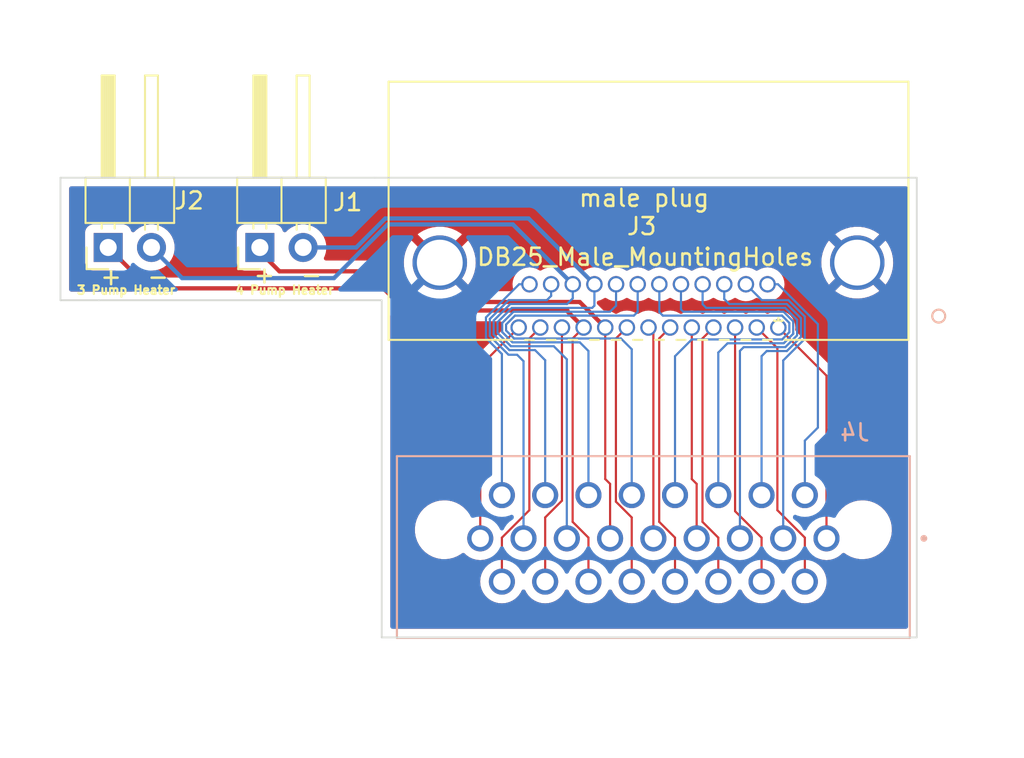
<source format=kicad_pcb>
(kicad_pcb (version 20211014) (generator pcbnew)
  (layers (0 "F.Cu" signal) (31 "B.Cu" signal) (34 "B.Paste" user) (35 "F.Paste" user) (36 "B.SilkS" user "B.Silkscreen") (37 "F.SilkS" user "F.Silkscreen") (38 "B.Mask" user) (39 "F.Mask" user) (44 "Edge.Cuts" user))
  (net 0 "")
  (net 1 "Net-(J1-Pad1)")
  (net 2 "Net-(J1-Pad2)")
  (net 3 "Net-(J2-Pad1)")
  (net 4 "Net-(J2-Pad2)")
  (net 5 "GND")
  (net 6 "Net-(J3-Pad1)")
  (net 7 "Net-(J3-Pad2)")
  (net 8 "Net-(J3-Pad3)")
  (net 9 "Net-(J3-Pad4)")
  (net 10 "Net-(J3-Pad5)")
  (net 11 "Net-(J3-Pad6)")
  (net 12 "Net-(J3-Pad7)")
  (net 13 "Net-(J3-Pad8)")
  (net 14 "Net-(J3-Pad11)")
  (net 15 "Net-(J3-Pad12)")
  (net 16 "Net-(J3-Pad13)")
  (net 17 "Net-(J3-Pad14)")
  (net 18 "Net-(J3-Pad15)")
  (net 19 "Net-(J3-Pad16)")
  (net 20 "Net-(J3-Pad17)")
  (net 21 "Net-(J3-Pad18)")
  (net 22 "Net-(J3-Pad19)")
  (net 23 "Net-(J3-Pad20)")
  (net 24 "Net-(J3-Pad21)")
  (net 25 "Net-(J3-Pad24)")
  (net 26 "Net-(J3-Pad25)")
  (footprint "Connector_PinHeader_2.54mm:PinHeader_1x02_P2.54mm_Horizontal" (layer "F.Cu") (at 117.55 62.6 90)
    (fp_text reference "J2" (at 2.75 4.75 180) (layer "F.SilkS"))
    (fp_text value "Conn_01x02_Male_2.54mm")
    (fp_line (start 4.1 0.16) (end 10.1 0.16) (layer "F.SilkS") (width 0.12))
    (fp_line (start 4.1 0.04) (end 10.1 0.04) (layer "F.SilkS") (width 0.12))
    (fp_line (start 4.1 -0.2) (end 10.1 -0.2) (layer "F.SilkS") (width 0.12))
    (fp_line (start 4.1 -0.32) (end 10.1 -0.32) (layer "F.SilkS") (width 0.12))
    (fp_line (start 10.1 2.16) (end 10.1 2.92) (layer "F.SilkS") (width 0.12))
    (fp_line (start 4.1 2.16) (end 10.1 2.16) (layer "F.SilkS") (width 0.12))
    (fp_line (start 4.1 -0.08) (end 10.1 -0.08) (layer "F.SilkS") (width 0.12))
    (fp_line (start 10.1 0.38) (end 4.1 0.38) (layer "F.SilkS") (width 0.12))
    (fp_line (start 1.11 0.38) (end 1.44 0.38) (layer "F.SilkS") (width 0.12))
    (fp_line (start 4.1 0.28) (end 10.1 0.28) (layer "F.SilkS") (width 0.12))
    (fp_line (start 1.44 -1.33) (end 1.44 3.87) (layer "F.SilkS") (width 0.12))
    (fp_line (start 10.1 2.92) (end 4.1 2.92) (layer "F.SilkS") (width 0.12))
    (fp_line (start 1.11 -0.38) (end 1.44 -0.38) (layer "F.SilkS") (width 0.12))
    (fp_line (start 10.1 -0.38) (end 10.1 0.38) (layer "F.SilkS") (width 0.12))
    (fp_line (start 1.44 3.87) (end 4.1 3.87) (layer "F.SilkS") (width 0.12))
    (fp_line (start -1.27 -1.27) (end 0 -1.27) (layer "F.SilkS") (width 0.12))
    (fp_line (start -1.27 0) (end -1.27 -1.27) (layer "F.SilkS") (width 0.12))
    (fp_line (start 1.44 1.27) (end 4.1 1.27) (layer "F.SilkS") (width 0.12))
    (fp_line (start 4.1 3.87) (end 4.1 -1.33) (layer "F.SilkS") (width 0.12))
    (fp_line (start 4.1 -1.33) (end 1.44 -1.33) (layer "F.SilkS") (width 0.12))
    (fp_line (start 4.1 -0.38) (end 10.1 -0.38) (layer "F.SilkS") (width 0.12))
    (fp_line (start 1.042929 2.16) (end 1.44 2.16) (layer "F.SilkS") (width 0.12))
    (fp_line (start 1.042929 2.92) (end 1.44 2.92) (layer "F.SilkS") (width 0.12))
    (pad "1" thru_hole rect (at 0 0 90) (size 1.7 1.7) (drill 1) (layers *.Cu *.Mask) (net 3 "Net-(J2-Pad1)"))
    (pad "2" thru_hole oval (at 0 2.54 90) (size 1.7 1.7) (drill 1) (layers *.Cu *.Mask) (net 4 "Net-(J2-Pad2)"))
  )
  (footprint "0Project_Library:381-025-112L565" (layer "F.Cu") (at 156.88 67.3 180)
    (fp_text reference "J3" (at 8.02 5.94) (layer "F.SilkS"))
    (fp_text value "DB25_Male_MountingHoles" (at 7.82 4.14) (layer "F.SilkS"))
    (fp_text user "*" (at 0 0) (layer "F.SilkS"))
    (fp_circle (center -9.4107 0.67) (end -9.0297 0.67) (layer "B.SilkS") (width 0.12) (fill none))
    (fp_line (start 3.440879 -0.727) (end 2.909121 -0.727) (layer "F.SilkS") (width 0.12))
    (fp_line (start 14.870879 -0.727) (end 14.339121 -0.727) (layer "F.SilkS") (width 0.12))
    (fp_line (start 12.330879 -0.727) (end 11.799121 -0.727) (layer "F.SilkS") (width 0.12))
    (fp_line (start 8.520879 -0.727) (end 7.989121 -0.727) (layer "F.SilkS") (width 0.12))
    (fp_line (start -7.6327 -0.727) (end -7.6327 14.4368) (layer "F.SilkS") (width 0.12))
    (fp_line (start 22.8727 -0.727) (end 15.609121 -0.727) (layer "F.SilkS") (width 0.12))
    (fp_line (start 0.900879 -0.727) (end 0.369121 -0.727) (layer "F.SilkS") (width 0.12))
    (fp_line (start 5.980879 -0.727) (end 5.449121 -0.727) (layer "F.SilkS") (width 0.12))
    (fp_line (start -0.369121 -0.727) (end -7.6327 -0.727) (layer "F.SilkS") (width 0.12))
    (fp_line (start 11.060879 -0.727) (end 10.529121 -0.727) (layer "F.SilkS") (width 0.12))
    (fp_line (start 4.710879 -0.727) (end 4.179121 -0.727) (layer "F.SilkS") (width 0.12))
    (fp_line (start 13.600879 -0.727) (end 13.069121 -0.727) (layer "F.SilkS") (width 0.12))
    (fp_line (start -7.6327 14.4368) (end 22.8727 14.4368) (layer "F.SilkS") (width 0.12))
    (fp_line (start 22.8727 14.4368) (end 22.8727 -0.727) (layer "F.SilkS") (width 0.12))
    (fp_line (start 9.790879 -0.727) (end 9.259121 -0.727) (layer "F.SilkS") (width 0.12))
    (fp_line (start 2.170879 -0.727) (end 1.639121 -0.727) (layer "F.SilkS") (width 0.12))
    (fp_line (start 7.250879 -0.727) (end 6.719121 -0.727) (layer "F.SilkS") (width 0.12))
    (fp_circle (center -9.4107 0.67) (end -9.0297 0.67) (layer "F.SilkS") (width 0.12) (fill none))
    (pad "0" thru_hole circle (at 19.870001 3.81 180) (size 3.2004 3.2004) (drill 2.6924) (layers *.Cu *.Mask) (net 5 "GND"))
    (pad "0" thru_hole circle (at -4.630001 3.81 180) (size 3.2004 3.2004) (drill 2.6924) (layers *.Cu *.Mask) (net 5 "GND"))
    (pad "1" thru_hole circle (at 0 0 180) (size 0.9652 0.9652) (drill 0.7112) (layers *.Cu *.Mask) (net 6 "Net-(J3-Pad1)"))
    (pad "2" thru_hole circle (at 1.27 0 180) (size 0.9652 0.9652) (drill 0.7112) (layers *.Cu *.Mask) (net 7 "Net-(J3-Pad2)"))
    (pad "3" thru_hole circle (at 2.54 0 180) (size 0.9652 0.9652) (drill 0.7112) (layers *.Cu *.Mask) (net 8 "Net-(J3-Pad3)"))
    (pad "4" thru_hole circle (at 3.81 0 180) (size 0.9652 0.9652) (drill 0.7112) (layers *.Cu *.Mask) (net 9 "Net-(J3-Pad4)"))
    (pad "5" thru_hole circle (at 5.08 0 180) (size 0.9652 0.9652) (drill 0.7112) (layers *.Cu *.Mask) (net 10 "Net-(J3-Pad5)"))
    (pad "6" thru_hole circle (at 6.35 0 180) (size 0.9652 0.9652) (drill 0.7112) (layers *.Cu *.Mask) (net 11 "Net-(J3-Pad6)"))
    (pad "7" thru_hole circle (at 7.62 0 180) (size 0.9652 0.9652) (drill 0.7112) (layers *.Cu *.Mask) (net 12 "Net-(J3-Pad7)"))
    (pad "8" thru_hole circle (at 8.89 0 180) (size 0.9652 0.9652) (drill 0.7112) (layers *.Cu *.Mask) (net 13 "Net-(J3-Pad8)"))
    (pad "9" thru_hole circle (at 10.16 0 180) (size 0.9652 0.9652) (drill 0.7112) (layers *.Cu *.Mask) (net 1 "Net-(J1-Pad1)"))
    (pad "10" thru_hole circle (at 11.43 0 180) (size 0.9652 0.9652) (drill 0.7112) (layers *.Cu *.Mask) (net 3 "Net-(J2-Pad1)"))
    (pad "11" thru_hole circle (at 12.7 0 180) (size 0.9652 0.9652) (drill 0.7112) (layers *.Cu *.Mask) (net 14 "Net-(J3-Pad11)"))
    (pad "12" thru_hole circle (at 13.97 0 180) (size 0.9652 0.9652) (drill 0.7112) (layers *.Cu *.Mask) (net 15 "Net-(J3-Pad12)"))
    (pad "13" thru_hole circle (at 15.24 0 180) (size 0.9652 0.9652) (drill 0.7112) (layers *.Cu *.Mask) (net 16 "Net-(J3-Pad13)"))
    (pad "14" thru_hole circle (at 0.635 2.54 180) (size 0.9652 0.9652) (drill 0.7112) (layers *.Cu *.Mask) (net 17 "Net-(J3-Pad14)"))
    (pad "15" thru_hole circle (at 1.905 2.54 180) (size 0.9652 0.9652) (drill 0.7112) (layers *.Cu *.Mask) (net 18 "Net-(J3-Pad15)"))
    (pad "16" thru_hole circle (at 3.175 2.54 180) (size 0.9652 0.9652) (drill 0.7112) (layers *.Cu *.Mask) (net 19 "Net-(J3-Pad16)"))
    (pad "17" thru_hole circle (at 4.445 2.54 180) (size 0.9652 0.9652) (drill 0.7112) (layers *.Cu *.Mask) (net 20 "Net-(J3-Pad17)"))
    (pad "18" thru_hole circle (at 5.715 2.54 180) (size 0.9652 0.9652) (drill 0.7112) (layers *.Cu *.Mask) (net 21 "Net-(J3-Pad18)"))
    (pad "19" thru_hole circle (at 6.985 2.54 180) (size 0.9652 0.9652) (drill 0.7112) (layers *.Cu *.Mask) (net 22 "Net-(J3-Pad19)"))
    (pad "20" thru_hole circle (at 8.255 2.54 180) (size 0.9652 0.9652) (drill 0.7112) (layers *.Cu *.Mask) (net 23 "Net-(J3-Pad20)"))
    (pad "21" thru_hole circle (at 9.525 2.54 180) (size 0.9652 0.9652) (drill 0.7112) (layers *.Cu *.Mask) (net 24 "Net-(J3-Pad21)"))
    (pad "22" thru_hole circle (at 10.795 2.54 180) (size 0.9652 0.9652) (drill 0.7112) (layers *.Cu *.Mask) (net 2 "Net-(J1-Pad2)"))
    (pad "23" thru_hole circle (at 12.065 2.54 180) (size 0.9652 0.9652) (drill 0.7112) (layers *.Cu *.Mask) (net 4 "Net-(J2-Pad2)"))
    (pad "24" thru_hole circle (at 13.335 2.54 180) (size 0.9652 0.9652) (drill 0.7112) (layers *.Cu *.Mask) (net 25 "Net-(J3-Pad24)"))
    (pad "25" thru_hole circle (at 14.605 2.54 180) (size 0.9652 0.9652) (drill 0.7112) (layers *.Cu *.Mask) (net 26 "Net-(J3-Pad25)"))
  )
  (footprint "Connector_PinHeader_2.54mm:PinHeader_1x02_P2.54mm_Horizontal" (layer "F.Cu") (at 126.45 62.6 90)
    (fp_text reference "J1" (at 2.65 5.15 180) (layer "F.SilkS"))
    (fp_text value "Conn_01x02_Male_2.54mm")
    (fp_line (start 4.1 -0.2) (end 10.1 -0.2) (layer "F.SilkS") (width 0.12))
    (fp_line (start 4.1 0.16) (end 10.1 0.16) (layer "F.SilkS") (width 0.12))
    (fp_line (start 10.1 2.92) (end 4.1 2.92) (layer "F.SilkS") (width 0.12))
    (fp_line (start 1.042929 2.16) (end 1.44 2.16) (layer "F.SilkS") (width 0.12))
    (fp_line (start 1.44 1.27) (end 4.1 1.27) (layer "F.SilkS") (width 0.12))
    (fp_line (start -1.27 0) (end -1.27 -1.27) (layer "F.SilkS") (width 0.12))
    (fp_line (start 4.1 0.04) (end 10.1 0.04) (layer "F.SilkS") (width 0.12))
    (fp_line (start 1.44 -1.33) (end 1.44 3.87) (layer "F.SilkS") (width 0.12))
    (fp_line (start 4.1 3.87) (end 4.1 -1.33) (layer "F.SilkS") (width 0.12))
    (fp_line (start 4.1 -0.38) (end 10.1 -0.38) (layer "F.SilkS") (width 0.12))
    (fp_line (start 4.1 -0.32) (end 10.1 -0.32) (layer "F.SilkS") (width 0.12))
    (fp_line (start -1.27 -1.27) (end 0 -1.27) (layer "F.SilkS") (width 0.12))
    (fp_line (start 1.11 -0.38) (end 1.44 -0.38) (layer "F.SilkS") (width 0.12))
    (fp_line (start 1.11 0.38) (end 1.44 0.38) (layer "F.SilkS") (width 0.12))
    (fp_line (start 4.1 -0.08) (end 10.1 -0.08) (layer "F.SilkS") (width 0.12))
    (fp_line (start 4.1 2.16) (end 10.1 2.16) (layer "F.SilkS") (width 0.12))
    (fp_line (start 1.042929 2.92) (end 1.44 2.92) (layer "F.SilkS") (width 0.12))
    (fp_line (start 4.1 0.28) (end 10.1 0.28) (layer "F.SilkS") (width 0.12))
    (fp_line (start 4.1 -1.33) (end 1.44 -1.33) (layer "F.SilkS") (width 0.12))
    (fp_line (start 10.1 2.16) (end 10.1 2.92) (layer "F.SilkS") (width 0.12))
    (fp_line (start 10.1 0.38) (end 4.1 0.38) (layer "F.SilkS") (width 0.12))
    (fp_line (start 10.1 -0.38) (end 10.1 0.38) (layer "F.SilkS") (width 0.12))
    (fp_line (start 1.44 3.87) (end 4.1 3.87) (layer "F.SilkS") (width 0.12))
    (pad "1" thru_hole rect (at 0 0 90) (size 1.7 1.7) (drill 1) (layers *.Cu *.Mask) (net 1 "Net-(J1-Pad1)"))
    (pad "2" thru_hole oval (at 0 2.54 90) (size 1.7 1.7) (drill 1) (layers *.Cu *.Mask) (net 2 "Net-(J1-Pad2)"))
  )
  (footprint "0Project_Library:CINCH_DCCM25SCBRPN_Female" (layer "B.Cu") (at 149.545033 82.605276 180)
    (fp_text reference "J4" (at -11.825 9.135) (layer "B.SilkS") (effects (justify mirror)))
    (fp_text value "DB25_Female_MountingHoles")
    (fp_line (start -15.05 7.75) (end 15.05 7.75) (layer "B.SilkS") (width 0.127))
    (fp_line (start -15.05 -2.92) (end -15.05 7.75) (layer "B.SilkS") (width 0.127))
    (fp_line (start -15.05 -2.92) (end 15.05 -2.92) (layer "B.SilkS") (width 0.127))
    (fp_line (start 15.05 7.75) (end 15.05 -2.92) (layer "B.SilkS") (width 0.127))
    (fp_circle (center -15.875 2.922) (end -15.775 2.922) (layer "B.SilkS") (width 0.2) (fill none))
    (pad "" np_thru_hole circle locked (at -12.268 3.43 180) (size 2.44 2.44) (drill 2.44) (layers *.Cu *.Mask))
    (pad "" np_thru_hole circle locked (at 12.268 3.43 180) (size 2.44 2.44) (drill 2.44) (layers *.Cu *.Mask))
    (pad "1" thru_hole circle locked (at -10.16 2.922 180) (size 1.53 1.53) (drill 1.02) (layers *.Cu *.Mask) (net 6 "Net-(J3-Pad1)"))
    (pad "2" thru_hole circle locked (at -8.89 0.382 180) (size 1.53 1.53) (drill 1.02) (layers *.Cu *.Mask) (net 7 "Net-(J3-Pad2)"))
    (pad "3" thru_hole circle locked (at -6.35 0.382 180) (size 1.53 1.53) (drill 1.02) (layers *.Cu *.Mask) (net 8 "Net-(J3-Pad3)"))
    (pad "4" thru_hole circle locked (at -3.81 0.382 180) (size 1.53 1.53) (drill 1.02) (layers *.Cu *.Mask) (net 9 "Net-(J3-Pad4)"))
    (pad "5" thru_hole circle locked (at -2.54 2.922 180) (size 1.53 1.53) (drill 1.02) (layers *.Cu *.Mask) (net 10 "Net-(J3-Pad5)"))
    (pad "6" thru_hole circle locked (at -1.27 0.382 180) (size 1.53 1.53) (drill 1.02) (layers *.Cu *.Mask) (net 11 "Net-(J3-Pad6)"))
    (pad "7" thru_hole circle locked (at 0 2.922 180) (size 1.53 1.53) (drill 1.02) (layers *.Cu *.Mask) (net 12 "Net-(J3-Pad7)"))
    (pad "8" thru_hole circle locked (at 1.27 0.382 180) (size 1.53 1.53) (drill 1.02) (layers *.Cu *.Mask) (net 13 "Net-(J3-Pad8)"))
    (pad "9" thru_hole circle locked (at 2.54 2.922 180) (size 1.53 1.53) (drill 1.02) (layers *.Cu *.Mask) (net 1 "Net-(J1-Pad1)"))
    (pad "10" thru_hole circle locked (at 3.81 0.382 180) (size 1.53 1.53) (drill 1.02) (layers *.Cu *.Mask) (net 3 "Net-(J2-Pad1)"))
    (pad "11" thru_hole circle locked (at 6.35 0.382 180) (size 1.53 1.53) (drill 1.02) (layers *.Cu *.Mask) (net 14 "Net-(J3-Pad11)"))
    (pad "12" thru_hole circle locked (at 8.89 0.382 180) (size 1.53 1.53) (drill 1.02) (layers *.Cu *.Mask) (net 15 "Net-(J3-Pad12)"))
    (pad "13" thru_hole circle locked (at 10.16 2.922 180) (size 1.53 1.53) (drill 1.02) (layers *.Cu *.Mask) (net 16 "Net-(J3-Pad13)"))
    (pad "14" thru_hole circle locked (at -8.89 5.462 180) (size 1.53 1.53) (drill 1.02) (layers *.Cu *.Mask) (net 17 "Net-(J3-Pad14)"))
    (pad "15" thru_hole circle locked (at -7.62 2.922 180) (size 1.53 1.53) (drill 1.02) (layers *.Cu *.Mask) (net 18 "Net-(J3-Pad15)"))
    (pad "16" thru_hole circle locked (at -6.35 5.462 180) (size 1.53 1.53) (drill 1.02) (layers *.Cu *.Mask) (net 19 "Net-(J3-Pad16)"))
    (pad "17" thru_hole circle locked (at -5.08 2.922 180) (size 1.53 1.53) (drill 1.02) (layers *.Cu *.Mask) (net 20 "Net-(J3-Pad17)"))
    (pad "18" thru_hole circle locked (at -3.81 5.462 180) (size 1.53 1.53) (drill 1.02) (layers *.Cu *.Mask) (net 21 "Net-(J3-Pad18)"))
    (pad "19" thru_hole circle locked (at -1.27 5.462 180) (size 1.53 1.53) (drill 1.02) (layers *.Cu *.Mask) (net 22 "Net-(J3-Pad19)"))
    (pad "20" thru_hole circle locked (at 1.27 5.462 180) (size 1.53 1.53) (drill 1.02) (layers *.Cu *.Mask) (net 23 "Net-(J3-Pad20)"))
    (pad "21" thru_hole circle locked (at 3.81 5.462 180) (size 1.53 1.53) (drill 1.02) (layers *.Cu *.Mask) (net 24 "Net-(J3-Pad21)"))
    (pad "22" thru_hole circle locked (at 5.08 2.922 180) (size 1.53 1.53) (drill 1.02) (layers *.Cu *.Mask) (net 2 "Net-(J1-Pad2)"))
    (pad "23" thru_hole circle locked (at 6.35 5.462 180) (size 1.53 1.53) (drill 1.02) (layers *.Cu *.Mask) (net 4 "Net-(J2-Pad2)"))
    (pad "24" thru_hole circle locked (at 7.62 2.922 180) (size 1.53 1.53) (drill 1.02) (layers *.Cu *.Mask) (net 25 "Net-(J3-Pad24)"))
    (pad "25" thru_hole circle locked (at 8.89 5.462 180) (size 1.53 1.53) (drill 1.02) (layers *.Cu *.Mask) (net 26 "Net-(J3-Pad25)"))
  )
  (gr_line (start 133.6 65.7) (end 133.6 85.5) (layer "Edge.Cuts") (width 0.1))
  (gr_line (start 165 58.5) (end 133.2 58.5) (layer "Edge.Cuts") (width 0.1))
  (gr_line (start 114.75 58.5) (end 117 58.5) (layer "Edge.Cuts") (width 0.1))
  (gr_line (start 165 85.5) (end 165 58.5) (layer "Edge.Cuts") (width 0.1))
  (gr_line (start 133.6 85.5) (end 165 85.5) (layer "Edge.Cuts") (width 0.1))
  (gr_line (start 114.75 58.5) (end 114.75 65.7) (layer "Edge.Cuts") (width 0.1))
  (gr_line (start 117 65.7) (end 114.75 65.7) (layer "Edge.Cuts") (width 0.1))
  (gr_line (start 133.2 58.5) (end 117 58.5) (layer "Edge.Cuts") (width 0.1))
  (gr_line (start 117 65.7) (end 133.6 65.7) (layer "Edge.Cuts") (width 0.1))
  (gr_text "+  -" (at 119.1 64.3) (layer "F.SilkS") (effects (font (size 1 1))))
  (gr_text "4 Pump Heater" (at 127.9 65.1) (layer "F.SilkS") (effects (font (size 0.5 0.5) (thickness 0.125))))
  (gr_text "3 Pump Heater" (at 118.6 65.1) (layer "F.SilkS") (effects (font (size 0.5 0.5) (thickness 0.125))))
  (gr_text "+  -" (at 128.1 64.2) (layer "F.SilkS") (effects (font (size 1 1))))
  (gr_text "male plug" (at 149 59.7) (layer "F.SilkS") (effects (font (size 1 1))))
  (segment (start 145.22 65.8) (end 135.7 65.8) (width 0.25) (layer "F.Cu") (net 1))
  (segment (start 127.6 64) (end 126.45 62.85) (width 0.25) (layer "F.Cu") (net 1))
  (segment (start 146.72 67.3) (end 145.22 65.8) (width 0.25) (layer "F.Cu") (net 1))
  (segment (start 126.45 62.85) (end 126.45 62.6) (width 0.25) (layer "F.Cu") (net 1))
  (segment (start 147.005033 76.483276) (end 146.72 76.198243) (width 0.127) (layer "F.Cu") (net 1))
  (segment (start 146.72 67.3) (end 146.72 76.198243) (width 0.127) (layer "F.Cu") (net 1))
  (segment (start 133.9 64) (end 127.6 64) (width 0.25) (layer "F.Cu") (net 1))
  (segment (start 147.005033 79.683276) (end 147.005033 76.483276) (width 0.127) (layer "F.Cu") (net 1))
  (segment (start 135.7 65.8) (end 133.9 64) (width 0.25) (layer "F.Cu") (net 1))
  (segment (start 140.4 67.613727) (end 140.4 66.986272) (width 0.127) (layer "B.Cu") (net 2))
  (segment (start 132.105704 62.6) (end 133.810225 60.89548) (width 0.25) (layer "B.Cu") (net 2))
  (segment (start 142.22048 60.89548) (end 146.085 64.76) (width 0.25) (layer "B.Cu") (net 2))
  (segment (start 140.4 66.986272) (end 141.239312 66.14696) (width 0.127) (layer "B.Cu") (net 2))
  (segment (start 141.239312 66.14696) (end 145.95304 66.14696) (width 0.127) (layer "B.Cu") (net 2))
  (segment (start 145.95304 66.14696) (end 146.085 66.015) (width 0.127) (layer "B.Cu") (net 2))
  (segment (start 143.701349 68.4) (end 141.186273 68.4) (width 0.127) (layer "B.Cu") (net 2))
  (segment (start 128.99 62.6) (end 132.105704 62.6) (width 0.25) (layer "B.Cu") (net 2))
  (segment (start 144.465033 79.683276) (end 144.465033 69.163684) (width 0.127) (layer "B.Cu") (net 2))
  (segment (start 144.465033 69.163684) (end 143.701349 68.4) (width 0.127) (layer "B.Cu") (net 2))
  (segment (start 146.085 66.015) (end 146.085 64.76) (width 0.127) (layer "B.Cu") (net 2))
  (segment (start 133.810225 60.89548) (end 142.22048 60.89548) (width 0.25) (layer "B.Cu") (net 2))
  (segment (start 141.186273 68.4) (end 140.4 67.613727) (width 0.127) (layer "B.Cu") (net 2))
  (segment (start 133.7 65) (end 135 66.3) (width 0.25) (layer "F.Cu") (net 3))
  (segment (start 135 66.3) (end 144.5 66.3) (width 0.25) (layer "F.Cu") (net 3))
  (segment (start 144.807022 78.712858) (end 145.735033 79.640869) (width 0.127) (layer "F.Cu") (net 3))
  (segment (start 117.55 62.6) (end 119.95 65) (width 0.25) (layer "F.Cu") (net 3))
  (segment (start 119.95 65) (end 133.7 65) (width 0.25) (layer "F.Cu") (net 3))
  (segment (start 145.45 67.3) (end 144.807022 67.942978) (width 0.127) (layer "F.Cu") (net 3))
  (segment (start 144.5 66.35) (end 145.45 67.3) (width 0.25) (layer "F.Cu") (net 3))
  (segment (start 144.807022 67.942978) (end 144.807022 78.712858) (width 0.127) (layer "F.Cu") (net 3))
  (segment (start 145.735033 79.640869) (end 145.735033 82.223276) (width 0.127) (layer "F.Cu") (net 3))
  (segment (start 144.5 66.3) (end 144.5 66.35) (width 0.25) (layer "F.Cu") (net 3))
  (segment (start 144.815 64.76) (end 141.3 61.245) (width 0.25) (layer "B.Cu") (net 4))
  (segment (start 144.815 65.585) (end 144.47956 65.92044) (width 0.127) (layer "B.Cu") (net 4))
  (segment (start 121.89 64.4) (end 120.09 62.6) (width 0.25) (layer "B.Cu") (net 4))
  (segment (start 143.195033 69.221553) (end 143.195033 77.143276) (width 0.127) (layer "B.Cu") (net 4))
  (segment (start 142.6 68.62652) (end 143.195033 69.221553) (width 0.127) (layer "B.Cu") (net 4))
  (segment (start 140.17348 67.707555) (end 141.092445 68.62652) (width 0.127) (layer "B.Cu") (net 4))
  (segment (start 140.17348 66.892444) (end 140.17348 67.707555) (width 0.127) (layer "B.Cu") (net 4))
  (segment (start 141.092445 68.62652) (end 142.6 68.62652) (width 0.127) (layer "B.Cu") (net 4))
  (segment (start 133.955 61.245) (end 130.8 64.4) (width 0.25) (layer "B.Cu") (net 4))
  (segment (start 144.815 64.76) (end 144.815 65.585) (width 0.127) (layer "B.Cu") (net 4))
  (segment (start 141.145484 65.92044) (end 140.17348 66.892444) (width 0.127) (layer "B.Cu") (net 4))
  (segment (start 130.8 64.4) (end 121.89 64.4) (width 0.25) (layer "B.Cu") (net 4))
  (segment (start 144.47956 65.92044) (end 141.145484 65.92044) (width 0.127) (layer "B.Cu") (net 4))
  (segment (start 141.3 61.245) (end 133.955 61.245) (width 0.25) (layer "B.Cu") (net 4))
  (segment (start 159.705033 79.683276) (end 159.705033 70.125033) (width 0.127) (layer "F.Cu") (net 6))
  (segment (start 159.705033 70.125033) (end 156.88 67.3) (width 0.127) (layer "F.Cu") (net 6))
  (segment (start 158.435033 79.640869) (end 158.435033 82.223276) (width 0.127) (layer "F.Cu") (net 7))
  (segment (start 155.61 67.3) (end 156.823044 68.513044) (width 0.127) (layer "F.Cu") (net 7))
  (segment (start 156.823044 78.02888) (end 158.435033 79.640869) (width 0.127) (layer "F.Cu") (net 7))
  (segment (start 156.823044 68.513044) (end 156.823044 78.02888) (width 0.127) (layer "F.Cu") (net 7))
  (segment (start 154.34 67.3) (end 154.34 78.085836) (width 0.127) (layer "F.Cu") (net 8))
  (segment (start 154.34 78.085836) (end 155.895033 79.640869) (width 0.127) (layer "F.Cu") (net 8))
  (segment (start 155.895033 79.640869) (end 155.895033 82.223276) (width 0.127) (layer "F.Cu") (net 8))
  (segment (start 153.07 67.3) (end 152.427022 67.942978) (width 0.127) (layer "F.Cu") (net 9))
  (segment (start 153.355033 79.640869) (end 153.355033 82.223276) (width 0.127) (layer "F.Cu") (net 9))
  (segment (start 152.427022 78.712858) (end 153.355033 79.640869) (width 0.127) (layer "F.Cu") (net 9))
  (segment (start 152.427022 67.942978) (end 152.427022 78.712858) (width 0.127) (layer "F.Cu") (net 9))
  (segment (start 152.085033 76.483276) (end 152.085033 79.683276) (width 0.127) (layer "F.Cu") (net 10))
  (segment (start 151.8 76.198243) (end 152.085033 76.483276) (width 0.127) (layer "F.Cu") (net 10))
  (segment (start 151.8 67.3) (end 151.8 76.198243) (width 0.127) (layer "F.Cu") (net 10))
  (segment (start 149.887022 78.712858) (end 150.815033 79.640869) (width 0.127) (layer "F.Cu") (net 11))
  (segment (start 150.815033 79.640869) (end 150.815033 82.223276) (width 0.127) (layer "F.Cu") (net 11))
  (segment (start 150.53 67.3) (end 149.887022 67.942978) (width 0.127) (layer "F.Cu") (net 11))
  (segment (start 149.887022 67.942978) (end 149.887022 78.712858) (width 0.127) (layer "F.Cu") (net 11))
  (segment (start 149.26 67.3) (end 149.545033 67.585033) (width 0.127) (layer "F.Cu") (net 12))
  (segment (start 149.545033 67.585033) (end 149.545033 79.683276) (width 0.127) (layer "F.Cu") (net 12))
  (segment (start 148.275033 78.455683) (end 148.275033 82.223276) (width 0.127) (layer "F.Cu") (net 13))
  (segment (start 147.347022 77.527672) (end 148.275033 78.455683) (width 0.127) (layer "F.Cu") (net 13))
  (segment (start 147.99 67.3) (end 147.347022 67.942978) (width 0.127) (layer "F.Cu") (net 13))
  (segment (start 147.347022 67.942978) (end 147.347022 77.527672) (width 0.127) (layer "F.Cu") (net 13))
  (segment (start 144.18 77.470716) (end 144.18 67.3) (width 0.127) (layer "F.Cu") (net 14))
  (segment (start 143.195033 78.455683) (end 144.18 77.470716) (width 0.127) (layer "F.Cu") (net 14))
  (segment (start 143.195033 82.223276) (end 143.195033 78.455683) (width 0.127) (layer "F.Cu") (net 14))
  (segment (start 142.91 67.3) (end 142.267022 67.942978) (width 0.127) (layer "F.Cu") (net 15))
  (segment (start 142.267022 78.02888) (end 140.655033 79.640869) (width 0.127) (layer "F.Cu") (net 15))
  (segment (start 142.267022 67.942978) (end 142.267022 78.02888) (width 0.127) (layer "F.Cu") (net 15))
  (segment (start 140.655033 79.640869) (end 140.655033 82.223276) (width 0.127) (layer "F.Cu") (net 15))
  (segment (start 139.385033 69.554967) (end 139.385033 79.683276) (width 0.127) (layer "F.Cu") (net 16))
  (segment (start 141.64 67.3) (end 139.385033 69.554967) (width 0.127) (layer "F.Cu") (net 16))
  (segment (start 158.435033 73.943276) (end 158.435033 77.143276) (width 0.127) (layer "B.Cu") (net 17))
  (segment (start 159.200033 73.178276) (end 159.200033 67.100033) (width 0.127) (layer "B.Cu") (net 17))
  (segment (start 159.200033 67.100033) (end 156.86 64.76) (width 0.127) (layer "B.Cu") (net 17))
  (segment (start 156.86 64.76) (end 156.245 64.76) (width 0.127) (layer "B.Cu") (net 17))
  (segment (start 159.200033 73.178276) (end 158.435033 73.943276) (width 0.127) (layer "B.Cu") (net 17))
  (segment (start 158.431691 67.968309) (end 157.165033 69.234967) (width 0.127) (layer "B.Cu") (net 18))
  (segment (start 155.90892 65.69392) (end 157.468342 65.69392) (width 0.127) (layer "B.Cu") (net 18))
  (segment (start 157.468342 65.69392) (end 158.431691 66.65727) (width 0.127) (layer "B.Cu") (net 18))
  (segment (start 158.431691 66.65727) (end 158.431691 67.968309) (width 0.127) (layer "B.Cu") (net 18))
  (segment (start 154.975 64.76) (end 155.90892 65.69392) (width 0.127) (layer "B.Cu") (net 18))
  (segment (start 157.165033 69.234967) (end 157.165033 79.683276) (width 0.127) (layer "B.Cu") (net 18))
  (segment (start 155.895033 68.984527) (end 155.895033 77.143276) (width 0.127) (layer "B.Cu") (net 19))
  (segment (start 156.2 68.67956) (end 156.3 68.67956) (width 0.127) (layer "B.Cu") (net 19))
  (segment (start 158.205171 66.751097) (end 158.205171 67.855873) (width 0.127) (layer "B.Cu") (net 19))
  (segment (start 153.705 64.76) (end 153.705 65.62544) (width 0.127) (layer "B.Cu") (net 19))
  (segment (start 154 65.92044) (end 157.374514 65.92044) (width 0.127) (layer "B.Cu") (net 19))
  (segment (start 157.374514 65.92044) (end 158.205171 66.751097) (width 0.127) (layer "B.Cu") (net 19))
  (segment (start 153.705 65.62544) (end 154 65.92044) (width 0.127) (layer "B.Cu") (net 19))
  (segment (start 157.381484 68.67956) (end 156.2 68.67956) (width 0.127) (layer "B.Cu") (net 19))
  (segment (start 158.205171 67.855873) (end 157.381484 68.67956) (width 0.127) (layer "B.Cu") (net 19))
  (segment (start 156.2 68.67956) (end 155.895033 68.984527) (width 0.127) (layer "B.Cu") (net 19))
  (segment (start 157.978651 67.762045) (end 157.287656 68.45304) (width 0.127) (layer "B.Cu") (net 20))
  (segment (start 157.978651 66.844924) (end 157.978651 67.762045) (width 0.127) (layer "B.Cu") (net 20))
  (segment (start 152.435 64.76) (end 152.435 65.935) (width 0.127) (layer "B.Cu") (net 20))
  (segment (start 152.64696 66.14696) (end 157.280688 66.14696) (width 0.127) (layer "B.Cu") (net 20))
  (segment (start 152.435 65.935) (end 152.64696 66.14696) (width 0.127) (layer "B.Cu") (net 20))
  (segment (start 154.84696 68.45304) (end 156.94696 68.45304) (width 0.127) (layer "B.Cu") (net 20))
  (segment (start 154.625033 79.683276) (end 154.625033 68.674967) (width 0.127) (layer "B.Cu") (net 20))
  (segment (start 157.287656 68.45304) (end 156.8 68.45304) (width 0.127) (layer "B.Cu") (net 20))
  (segment (start 154.625033 68.674967) (end 154.84696 68.45304) (width 0.127) (layer "B.Cu") (net 20))
  (segment (start 157.280688 66.14696) (end 157.978651 66.844924) (width 0.127) (layer "B.Cu") (net 20))
  (segment (start 157.752131 66.938751) (end 157.752131 67.668217) (width 0.127) (layer "B.Cu") (net 21))
  (segment (start 157.752131 67.668217) (end 157.193828 68.22652) (width 0.127) (layer "B.Cu") (net 21))
  (segment (start 157.193828 68.22652) (end 153.9 68.22652) (width 0.127) (layer "B.Cu") (net 21))
  (segment (start 153.355033 68.771487) (end 153.355033 77.143276) (width 0.127) (layer "B.Cu") (net 21))
  (segment (start 151.165 66.23848) (end 151.3 66.37348) (width 0.127) (layer "B.Cu") (net 21))
  (segment (start 157.752131 67.668217) (end 157.752131 67.647869) (width 0.127) (layer "B.Cu") (net 21))
  (segment (start 152.7 66.37348) (end 157.18686 66.37348) (width 0.127) (layer "B.Cu") (net 21))
  (segment (start 151.165 64.76) (end 151.165 66.23848) (width 0.127) (layer "B.Cu") (net 21))
  (segment (start 153.9 68.22652) (end 153.355033 68.771487) (width 0.127) (layer "B.Cu") (net 21))
  (segment (start 151.3 66.37348) (end 152.7 66.37348) (width 0.127) (layer "B.Cu") (net 21))
  (segment (start 157.18686 66.37348) (end 157.752131 66.938751) (width 0.127) (layer "B.Cu") (net 21))
  (segment (start 149.895 64.76) (end 149.895 66.395) (width 0.127) (layer "B.Cu") (net 22))
  (segment (start 150.1 66.6) (end 157.093033 66.6) (width 0.127) (layer "B.Cu") (net 22))
  (segment (start 150.815033 68.984967) (end 150.815033 77.143276) (width 0.127) (layer "B.Cu") (net 22))
  (segment (start 151.8 68) (end 150.815033 68.984967) (width 0.127) (layer "B.Cu") (net 22))
  (segment (start 157.093033 66.6) (end 157.525611 67.032578) (width 0.127) (layer "B.Cu") (net 22))
  (segment (start 157.1 68) (end 151.8 68) (width 0.127) (layer "B.Cu") (net 22))
  (segment (start 157.525611 67.574389) (end 157.1 68) (width 0.127) (layer "B.Cu") (net 22))
  (segment (start 149.895 66.395) (end 150.1 66.6) (width 0.127) (layer "B.Cu") (net 22))
  (segment (start 157.525611 67.032578) (end 157.525611 67.574389) (width 0.127) (layer "B.Cu") (net 22))
  (segment (start 141.372578 67.945611) (end 147.645611 67.945611) (width 0.127) (layer "B.Cu") (net 23))
  (segment (start 140.9 67.126967) (end 140.9 67.473033) (width 0.127) (layer "B.Cu") (net 23))
  (segment (start 148.625 64.76) (end 148.625 66.375) (width 0.127) (layer "B.Cu") (net 23))
  (segment (start 148.4 66.6) (end 141.426967 66.6) (width 0.127) (layer "B.Cu") (net 23))
  (segment (start 148.275033 68.575033) (end 148.275033 77.143276) (width 0.127) (layer "B.Cu") (net 23))
  (segment (start 141.426967 66.6) (end 140.9 67.126967) (width 0.127) (layer "B.Cu") (net 23))
  (segment (start 140.9 67.473033) (end 141.372578 67.945611) (width 0.127) (layer "B.Cu") (net 23))
  (segment (start 148.625 66.375) (end 148.4 66.6) (width 0.127) (layer "B.Cu") (net 23))
  (segment (start 147.645611 67.945611) (end 148.275033 68.575033) (width 0.127) (layer "B.Cu") (net 23))
  (segment (start 145.735033 68.679295) (end 145.227869 68.172131) (width 0.127) (layer "B.Cu") (net 24))
  (segment (start 145.735033 77.143276) (end 145.735033 68.679295) (width 0.127) (layer "B.Cu") (net 24))
  (segment (start 145.227869 68.172131) (end 141.278751 68.172131) (width 0.127) (layer "B.Cu") (net 24))
  (segment (start 141.278751 68.172131) (end 140.67348 67.56686) (width 0.127) (layer "B.Cu") (net 24))
  (segment (start 147.355 66.01848) (end 147.355 64.76) (width 0.127) (layer "B.Cu") (net 24))
  (segment (start 140.67348 67.56686) (end 140.67348 67.03314) (width 0.127) (layer "B.Cu") (net 24))
  (segment (start 147 66.37348) (end 147.355 66.01848) (width 0.127) (layer "B.Cu") (net 24))
  (segment (start 141.333139 66.37348) (end 147 66.37348) (width 0.127) (layer "B.Cu") (net 24))
  (segment (start 140.67348 67.03314) (end 141.333139 66.37348) (width 0.127) (layer "B.Cu") (net 24))
  (segment (start 143.545 65.442499) (end 143.293579 65.69392) (width 0.127) (layer "B.Cu") (net 25))
  (segment (start 143.293579 65.69392) (end 141.051656 65.69392) (width 0.127) (layer "B.Cu") (net 25))
  (segment (start 139.94696 67.801382) (end 141.045578 68.9) (width 0.127) (layer "B.Cu") (net 25))
  (segment (start 141.925033 69.278073) (end 141.925033 79.683276) (width 0.127) (layer "B.Cu") (net 25))
  (segment (start 141.54696 68.9) (end 141.925033 69.278073) (width 0.127) (layer "B.Cu") (net 25))
  (segment (start 141.051656 65.69392) (end 139.94696 66.798616) (width 0.127) (layer "B.Cu") (net 25))
  (segment (start 143.545 64.76) (end 143.545 65.442499) (width 0.127) (layer "B.Cu") (net 25))
  (segment (start 141.045578 68.9) (end 141.54696 68.9) (width 0.127) (layer "B.Cu") (net 25))
  (segment (start 139.94696 66.798616) (end 139.94696 67.801382) (width 0.127) (layer "B.Cu") (net 25))
  (segment (start 139.72044 66.704788) (end 139.72044 67.92044) (width 0.127) (layer "B.Cu") (net 26))
  (segment (start 142.275 64.76) (end 141.665228 64.76) (width 0.127) (layer "B.Cu") (net 26))
  (segment (start 140.655033 68.855033) (end 140.655033 77.143276) (width 0.127) (layer "B.Cu") (net 26))
  (segment (start 141.665228 64.76) (end 139.72044 66.704788) (width 0.127) (layer "B.Cu") (net 26))
  (segment (start 139.72044 67.92044) (end 140.655033 68.855033) (width 0.127) (layer "B.Cu") (net 26))
  (zone (net 5) (net_name "GND") (layer "F.Cu") (connect_pads (clearance 0.508)) (min_thickness 0.254) (fill yes (thermal_gap 0.508) (thermal_bridge_width 0.508))
    (polygon (pts (xy 171.259567 56.425514) (xy 169.2 87.3) (xy 111.2 86.6) (xy 112.4 56.3)))
  )
  (zone (net 5) (net_name "GND") (layer "B.Cu") (connect_pads (clearance 0.508)) (min_thickness 0.254) (fill yes (thermal_gap 0.508) (thermal_bridge_width 0.508))
    (polygon (pts (xy 171.3 56.8) (xy 169 87) (xy 111.4 86.3) (xy 112.4 55.8)))
  )
)
</source>
